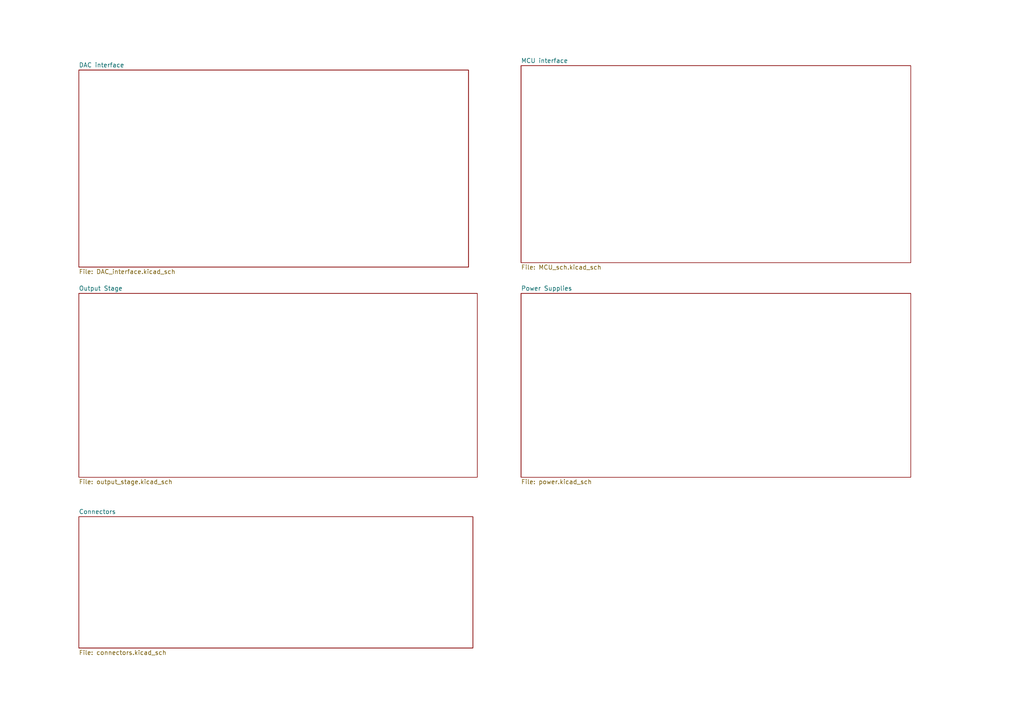
<source format=kicad_sch>
(kicad_sch (version 20211123) (generator eeschema)
  (paper "A4")
  (title_block (title "SteDAC overall sheet"))
  (lib_symbols)
  (sheet (at 22.86 20.32) (size 113.03 57.15) (stroke (width 0.1524))
    (property "Sheet name" "DAC interface" (at 22.86 19.6084 0) (effects (justify left bottom)))
    (property "Sheet file" "DAC_interface.kicad_sch" (at 22.86 78.0546 0) (effects (justify left top)))
  )
  (sheet (at 151.13 85.09) (size 113.03 53.34) (stroke (width 0.1524))
    (property "Sheet name" "Power Supplies" (at 151.13 84.3784 0) (effects (justify left bottom)))
    (property "Sheet file" "power.kicad_sch" (at 151.13 139.0146 0) (effects (justify left top)))
  )
  (sheet (at 151.13 19.05) (size 113.03 57.15) (stroke (width 0.1524))
    (property "Sheet name" "MCU interface" (at 151.13 18.3384 0) (effects (justify left bottom)))
    (property "Sheet file" "MCU_sch.kicad_sch" (at 151.13 76.7846 0) (effects (justify left top)))
  )
  (sheet (at 22.86 85.09) (size 115.57 53.34) (stroke (width 0.1524))
    (property "Sheet name" "Output Stage" (at 22.86 84.3784 0) (effects (justify left bottom)))
    (property "Sheet file" "output_stage.kicad_sch" (at 22.86 139.0146 0) (effects (justify left top)))
  )
  (sheet (at 22.86 149.86) (size 114.3 38.1) (stroke (width 0.1524))
    (property "Sheet name" "Connectors" (at 22.86 149.1484 0) (effects (justify left bottom)))
    (property "Sheet file" "connectors.kicad_sch" (at 22.86 188.5446 0) (effects (justify left top)))
  )
)
</source>
